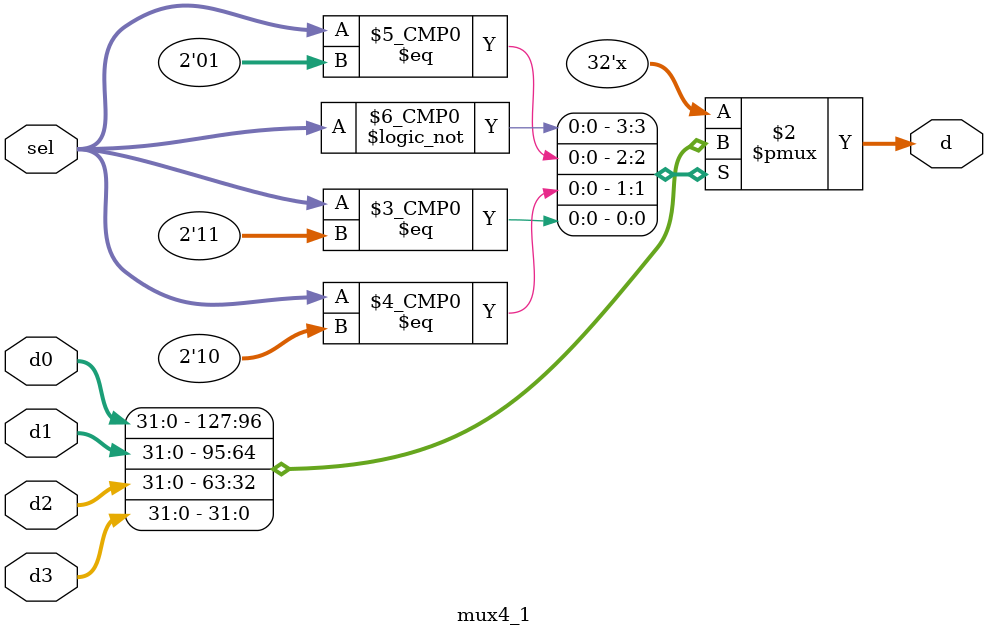
<source format=v>
`timescale 1ns / 1ps


module mux4_1(d0,d1,d2,d3,sel,d 
    );
     parameter data_width=32;
     input [data_width-1:0] d0;
     input [data_width-1:0] d1;
     input [data_width-1:0] d2;
     input [data_width-1:0] d3;
     input [1:0] sel;
     output reg [data_width-1:0] d;
     always @(*)
       case (sel)
          3'b00: d<=d0; 
          3'b01: d<=d1;
          3'b10: d<=d2; 
          3'b11: d<=d3; 
          default:d<=32'bz;
       endcase
endmodule

</source>
